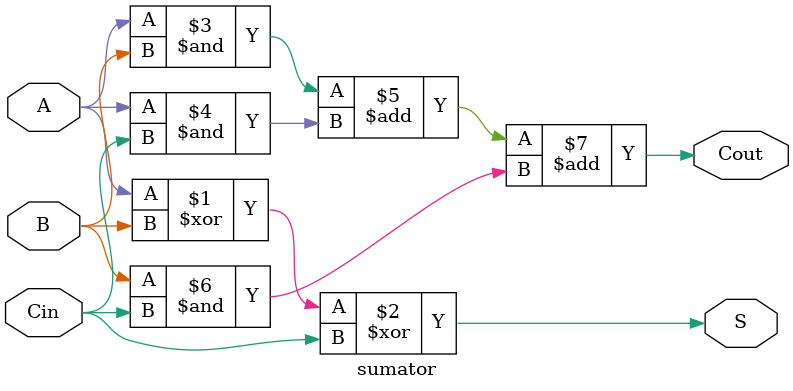
<source format=v>
/**
	\brief Модуль сумматора.
	\date xx-09-2020.
	\author kolpakov dmitrii.
*/

module sumator(
		input A,
		input B,
		input Cin,
		output Cout,
		output S
);

	assign S = A ^ B ^ Cin;
	assign Cout = (A & B) + (A & Cin) + (B & Cin);

endmodule
</source>
